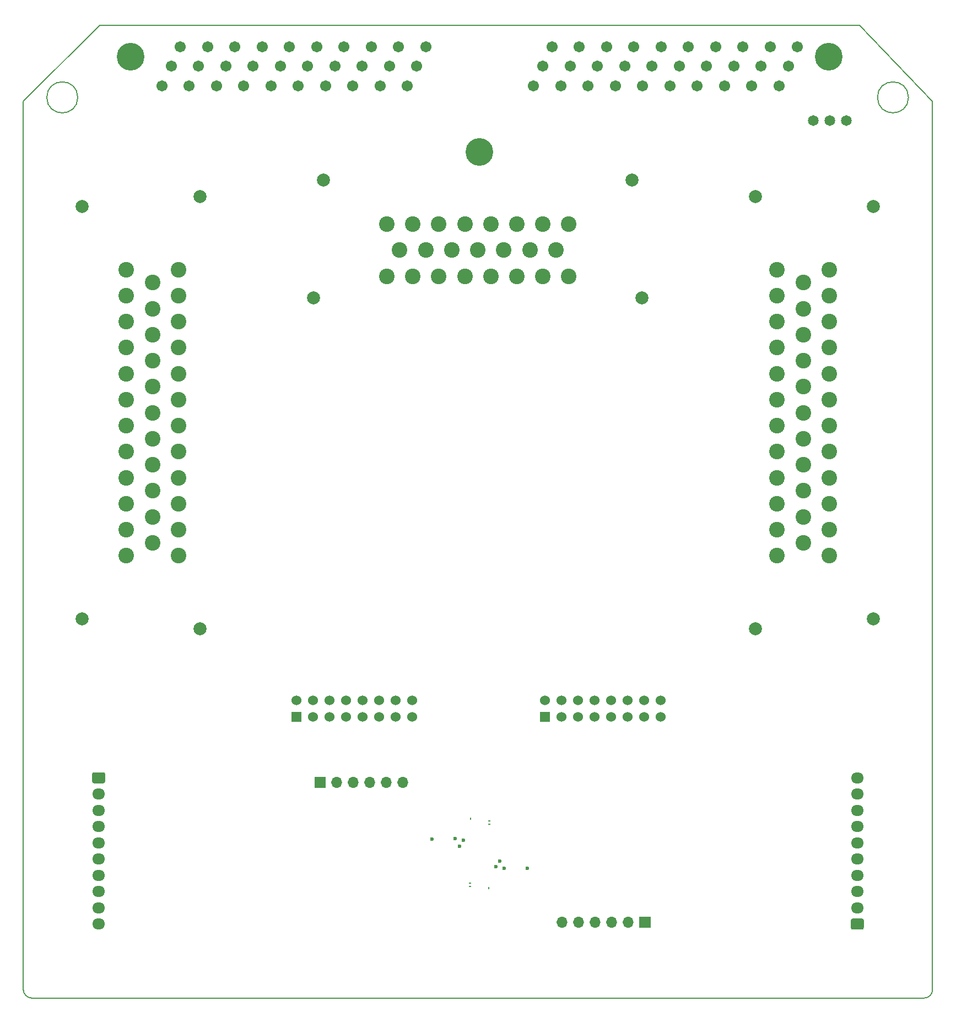
<source format=gts>
G04 #@! TF.GenerationSoftware,KiCad,Pcbnew,(6.0.5)*
G04 #@! TF.CreationDate,2022-05-26T18:31:31+03:00*
G04 #@! TF.ProjectId,5.0mustangProteusPnP,352e306d-7573-4746-916e-6750726f7465,R0.1*
G04 #@! TF.SameCoordinates,Original*
G04 #@! TF.FileFunction,Soldermask,Top*
G04 #@! TF.FilePolarity,Negative*
%FSLAX46Y46*%
G04 Gerber Fmt 4.6, Leading zero omitted, Abs format (unit mm)*
G04 Created by KiCad (PCBNEW (6.0.5)) date 2022-05-26 18:31:31*
%MOMM*%
%LPD*%
G01*
G04 APERTURE LIST*
G04 #@! TA.AperFunction,Profile*
%ADD10C,0.200000*%
G04 #@! TD*
%ADD11C,4.250152*%
%ADD12C,1.714652*%
%ADD13C,1.524152*%
%ADD14C,1.651152*%
%ADD15C,2.000152*%
%ADD16C,2.400152*%
%ADD17O,1.700152X1.700152*%
%ADD18O,0.250152X0.500151*%
%ADD19O,0.500151X0.250152*%
%ADD20C,0.600151*%
%ADD21O,1.950152X1.700152*%
G04 APERTURE END LIST*
D10*
X95885000Y-211201000D02*
X95885000Y-74627000D01*
X224406100Y-62865000D02*
X107638100Y-62865000D01*
X107638100Y-62865000D02*
X95885000Y-74627000D01*
X235585000Y-211201000D02*
X235585000Y-74627000D01*
X234315000Y-212471000D02*
G75*
G03*
X235585000Y-211201000I0J1270000D01*
G01*
X104235250Y-73977500D02*
G75*
G03*
X104235250Y-73977500I-2381250J0D01*
G01*
X224406100Y-62865000D02*
X235585000Y-74627000D01*
X95885000Y-211201000D02*
G75*
G03*
X97155000Y-212471000I1270000J0D01*
G01*
X234315000Y-212471000D02*
X97155000Y-212471000D01*
X231877750Y-73977500D02*
G75*
G03*
X231877750Y-73977500I-2381250J0D01*
G01*
D11*
G04 #@! TO.C,U1*
X219609800Y-67712200D03*
X112366800Y-67712200D03*
X165989000Y-82352200D03*
D12*
X214832200Y-66162200D03*
X210641400Y-66162200D03*
X206450600Y-66162200D03*
X202259800Y-66162200D03*
X198069000Y-66162200D03*
X193878200Y-66162200D03*
X189687400Y-66162200D03*
X185496600Y-66162200D03*
X181305800Y-66162200D03*
X177115000Y-66162200D03*
X157711000Y-66162200D03*
X153520200Y-66162200D03*
X149329400Y-66162200D03*
X145138600Y-66162200D03*
X140947800Y-66162200D03*
X136757000Y-66162200D03*
X132566200Y-66162200D03*
X128375400Y-66162200D03*
X124184600Y-66162200D03*
X119993800Y-66162200D03*
X213416200Y-69187200D03*
X209225400Y-69187200D03*
X205034600Y-69187200D03*
X200843800Y-69187200D03*
X196653000Y-69187200D03*
X192462200Y-69187200D03*
X188271400Y-69187200D03*
X184080600Y-69187200D03*
X179889800Y-69187200D03*
X175699000Y-69187200D03*
X156295000Y-69187200D03*
X152104200Y-69187200D03*
X147913400Y-69187200D03*
X143722600Y-69187200D03*
X139531800Y-69187200D03*
X135341000Y-69187200D03*
X131150200Y-69187200D03*
X126959400Y-69187200D03*
X122768600Y-69187200D03*
X118577800Y-69187200D03*
X212000200Y-72212200D03*
X207809400Y-72212200D03*
X203618600Y-72212200D03*
X199427800Y-72212200D03*
X195237000Y-72212200D03*
X191046200Y-72212200D03*
X186855400Y-72212200D03*
X182664600Y-72212200D03*
X178473800Y-72212200D03*
X174283000Y-72212200D03*
X154879000Y-72212200D03*
X150688200Y-72212200D03*
X146497400Y-72212200D03*
X142306600Y-72212200D03*
X138115800Y-72212200D03*
X133925000Y-72212200D03*
X129734200Y-72212200D03*
X125543400Y-72212200D03*
X121352600Y-72212200D03*
X117161800Y-72212200D03*
G04 #@! TD*
G04 #@! TO.C,J2*
G36*
G01*
X175267924Y-170012360D02*
X175267924Y-168488360D01*
G75*
G02*
X175268000Y-168488284I76J0D01*
G01*
X176792000Y-168488284D01*
G75*
G02*
X176792076Y-168488360I0J-76D01*
G01*
X176792076Y-170012360D01*
G75*
G02*
X176792000Y-170012436I-76J0D01*
G01*
X175268000Y-170012436D01*
G75*
G02*
X175267924Y-170012360I0J76D01*
G01*
G37*
D13*
X176030000Y-166710360D03*
X178570000Y-169250360D03*
X178570000Y-166710360D03*
X181110000Y-169250360D03*
X181110000Y-166710360D03*
X183650000Y-169250360D03*
X183650000Y-166710360D03*
X186190000Y-169250360D03*
X186190000Y-166710360D03*
X188730000Y-169250360D03*
X188730000Y-166710360D03*
X191270000Y-169250360D03*
X191270000Y-166710360D03*
X193810000Y-169250360D03*
X193810000Y-166710360D03*
G04 #@! TD*
G04 #@! TO.C,J4*
G36*
G01*
X137061334Y-170012360D02*
X137061334Y-168488360D01*
G75*
G02*
X137061410Y-168488284I76J0D01*
G01*
X138585410Y-168488284D01*
G75*
G02*
X138585486Y-168488360I0J-76D01*
G01*
X138585486Y-170012360D01*
G75*
G02*
X138585410Y-170012436I-76J0D01*
G01*
X137061410Y-170012436D01*
G75*
G02*
X137061334Y-170012360I0J76D01*
G01*
G37*
X137823410Y-166710360D03*
X140363410Y-169250360D03*
X140363410Y-166710360D03*
X142903410Y-169250360D03*
X142903410Y-166710360D03*
X145443410Y-169250360D03*
X145443410Y-166710360D03*
X147983410Y-169250360D03*
X147983410Y-166710360D03*
X150523410Y-169250360D03*
X150523410Y-166710360D03*
X153063410Y-169250360D03*
X153063410Y-166710360D03*
X155603410Y-169250360D03*
X155603410Y-166710360D03*
G04 #@! TD*
D14*
G04 #@! TO.C,J1*
X222326200Y-77569060D03*
X219786200Y-77569060D03*
X217246200Y-77569060D03*
G04 #@! TD*
D15*
G04 #@! TO.C,BRD1*
X104904000Y-154172000D03*
X123004000Y-89272000D03*
X123004000Y-155672000D03*
X142004000Y-86672000D03*
X190904000Y-104772000D03*
X226504000Y-90772000D03*
X140504000Y-104772000D03*
X208404000Y-89272000D03*
X189404000Y-86672000D03*
X226504000Y-154172000D03*
X208404000Y-155672000D03*
X104904000Y-90772000D03*
D16*
X111704000Y-100472000D03*
X111704000Y-104472000D03*
X111704000Y-108472000D03*
X111704000Y-112472000D03*
X111704000Y-116472000D03*
X111704000Y-120472000D03*
X111704000Y-124472000D03*
X111704000Y-128472000D03*
X111704000Y-132472000D03*
X111704000Y-136472000D03*
X111704000Y-140472000D03*
X111704000Y-144472000D03*
X115704000Y-102472000D03*
X115704000Y-106472000D03*
X115704000Y-110472000D03*
X115704000Y-114472000D03*
X115704000Y-118472000D03*
X115704000Y-122472000D03*
X115704000Y-126472000D03*
X115704000Y-130472000D03*
X115704000Y-134472000D03*
X115704000Y-138472000D03*
X115704000Y-142472000D03*
X119704000Y-100472000D03*
X119704000Y-104472000D03*
X119704000Y-108472000D03*
X119704000Y-112472000D03*
X119704000Y-116472000D03*
X119704000Y-120472000D03*
X119704000Y-124472000D03*
X119704000Y-128472000D03*
X119704000Y-132472000D03*
X119704000Y-136472000D03*
X119704000Y-140472000D03*
X119704000Y-144472000D03*
X179704000Y-93472000D03*
X175704000Y-93472000D03*
X171704000Y-93472000D03*
X167704000Y-93472000D03*
X163704000Y-93472000D03*
X159704000Y-93472000D03*
X155704000Y-93472000D03*
X151704000Y-93472000D03*
X177704000Y-97472000D03*
X173704000Y-97472000D03*
X169704000Y-97472000D03*
X165704000Y-97472000D03*
X161704000Y-97472000D03*
X157704000Y-97472000D03*
X153704000Y-97472000D03*
X179704000Y-101472000D03*
X175704000Y-101472000D03*
X171704000Y-101472000D03*
X167704000Y-101472000D03*
X163704000Y-101472000D03*
X159704000Y-101472000D03*
X155704000Y-101472000D03*
X151704000Y-101472000D03*
X219704000Y-144472000D03*
X219704000Y-140472000D03*
X219704000Y-136472000D03*
X219704000Y-132472000D03*
X219704000Y-128472000D03*
X219704000Y-124472000D03*
X219704000Y-120472000D03*
X219704000Y-116472000D03*
X219704000Y-112472000D03*
X219704000Y-108472000D03*
X219704000Y-104472000D03*
X219704000Y-100472000D03*
X215704000Y-142472000D03*
X215704000Y-138472000D03*
X215704000Y-134472000D03*
X215704000Y-130472000D03*
X215704000Y-126472000D03*
X215704000Y-122472000D03*
X215704000Y-118472000D03*
X215704000Y-114472000D03*
X215704000Y-110472000D03*
X215704000Y-106472000D03*
X215704000Y-102472000D03*
X211704000Y-144472000D03*
X211704000Y-140472000D03*
X211704000Y-136472000D03*
X211704000Y-132472000D03*
X211704000Y-128472000D03*
X211704000Y-124472000D03*
X211704000Y-120472000D03*
X211704000Y-116472000D03*
X211704000Y-112472000D03*
X211704000Y-108472000D03*
X211704000Y-104472000D03*
X211704000Y-100472000D03*
G04 #@! TD*
G04 #@! TO.C,J13*
G36*
G01*
X142328000Y-180174076D02*
X140628000Y-180174076D01*
G75*
G02*
X140627924Y-180174000I0J76D01*
G01*
X140627924Y-178474000D01*
G75*
G02*
X140628000Y-178473924I76J0D01*
G01*
X142328000Y-178473924D01*
G75*
G02*
X142328076Y-178474000I0J-76D01*
G01*
X142328076Y-180174000D01*
G75*
G02*
X142328000Y-180174076I-76J0D01*
G01*
G37*
D17*
X144018000Y-179324000D03*
X146558000Y-179324000D03*
X149098000Y-179324000D03*
X151638000Y-179324000D03*
X154178000Y-179324000D03*
G04 #@! TD*
D18*
G04 #@! TO.C,M2*
X167417666Y-195560495D03*
D19*
X167467664Y-185210501D03*
X167467664Y-185710502D03*
D20*
X168517662Y-192260499D03*
X169042662Y-191385497D03*
X169792660Y-192560501D03*
X173342661Y-192485498D03*
G04 #@! TD*
G04 #@! TO.C,J7*
G36*
G01*
X106717000Y-177756924D02*
X108167000Y-177756924D01*
G75*
G02*
X108417076Y-178007000I0J-250076D01*
G01*
X108417076Y-179207000D01*
G75*
G02*
X108167000Y-179457076I-250076J0D01*
G01*
X106717000Y-179457076D01*
G75*
G02*
X106466924Y-179207000I0J250076D01*
G01*
X106466924Y-178007000D01*
G75*
G02*
X106717000Y-177756924I250076J0D01*
G01*
G37*
D21*
X107442000Y-181107000D03*
X107442000Y-183607000D03*
X107442000Y-186107000D03*
X107442000Y-188607000D03*
X107442000Y-191107000D03*
X107442000Y-193607000D03*
X107442000Y-196107000D03*
X107442000Y-198607000D03*
X107442000Y-201107000D03*
G04 #@! TD*
D18*
G04 #@! TO.C,M4*
X164560334Y-184935506D03*
D19*
X164510336Y-195285500D03*
X164510336Y-194785499D03*
D20*
X163460338Y-188235502D03*
X162935338Y-189110504D03*
X162185340Y-187935500D03*
X158635339Y-188010503D03*
G04 #@! TD*
G04 #@! TO.C,J3*
G36*
G01*
X190539000Y-199936924D02*
X192239000Y-199936924D01*
G75*
G02*
X192239076Y-199937000I0J-76D01*
G01*
X192239076Y-201637000D01*
G75*
G02*
X192239000Y-201637076I-76J0D01*
G01*
X190539000Y-201637076D01*
G75*
G02*
X190538924Y-201637000I0J76D01*
G01*
X190538924Y-199937000D01*
G75*
G02*
X190539000Y-199936924I76J0D01*
G01*
G37*
D17*
X188849000Y-200787000D03*
X186309000Y-200787000D03*
X183769000Y-200787000D03*
X181229000Y-200787000D03*
X178689000Y-200787000D03*
G04 #@! TD*
G04 #@! TO.C,J10*
G36*
G01*
X224753000Y-201957076D02*
X223303000Y-201957076D01*
G75*
G02*
X223052924Y-201707000I0J250076D01*
G01*
X223052924Y-200507000D01*
G75*
G02*
X223303000Y-200256924I250076J0D01*
G01*
X224753000Y-200256924D01*
G75*
G02*
X225003076Y-200507000I0J-250076D01*
G01*
X225003076Y-201707000D01*
G75*
G02*
X224753000Y-201957076I-250076J0D01*
G01*
G37*
D21*
X224028000Y-198607000D03*
X224028000Y-196107000D03*
X224028000Y-193607000D03*
X224028000Y-191107000D03*
X224028000Y-188607000D03*
X224028000Y-186107000D03*
X224028000Y-183607000D03*
X224028000Y-181107000D03*
X224028000Y-178607000D03*
G04 #@! TD*
M02*

</source>
